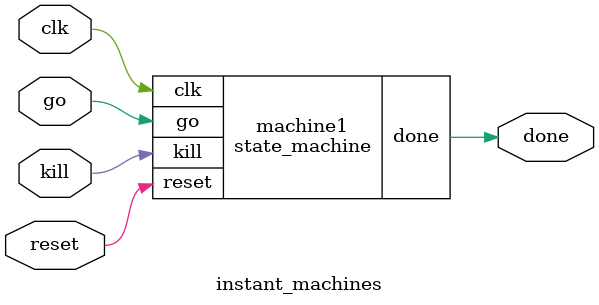
<source format=v>

module state_machine (clk, reset, go, kill, done);

    input clk;
    input reset;
    input go;
    input kill;
    
    output done;
    reg done;

    reg [1:0] state;      //To implement the current state  
    reg [6:0] count;      //To count while in active state

    //Local parameters for alphanumeric mapping, on the other hand, define is global
    parameter idle = 2'b00;
    parameter active = 2'b01;
    parameter finish = 2'b10;
    parameter abort = 2'b11;

    //State machine
    always @ (posedge clk or posedge reset)
        begin
            if (reset)
                state <= idle;
            else
                case (state)
                    idle:
                        if (go) state <= active;
                    active:
                        if (kill) state <= abort;
                        else if (count == 7'd100) state <= finish;
                    finish:
                        state <= idle;
                    abort:
                        if (!kill) state <= idle;
                    default:
                        state <= idle;
                endcase
        end

    //Counter
    always @ (posedge clk or posedge reset)
        begin
            if (reset)
                count <= 7'h00;
            else if (state == finish || state == abort)
                count <= 7'h00;
            else if (state == active)
                count <= count + 1;
        end

    //Done register
    always @ (posedge clk or posedge reset)
        begin
            if (reset)
                done <= 1'b0;
            else if (state == finish)
                done <= 1'b1;
            else
                done <= 1'b0;
        end

endmodule


//Modular design

module instant_machines(clk, reset, go, kill, done);

    input clk, reset, go, kill;

    output done;

    //Does continuous assignment to the signals (so registers are not allowed directly)
    state_machine machine1(clk, reset, go, kill, done);

endmodule
</source>
